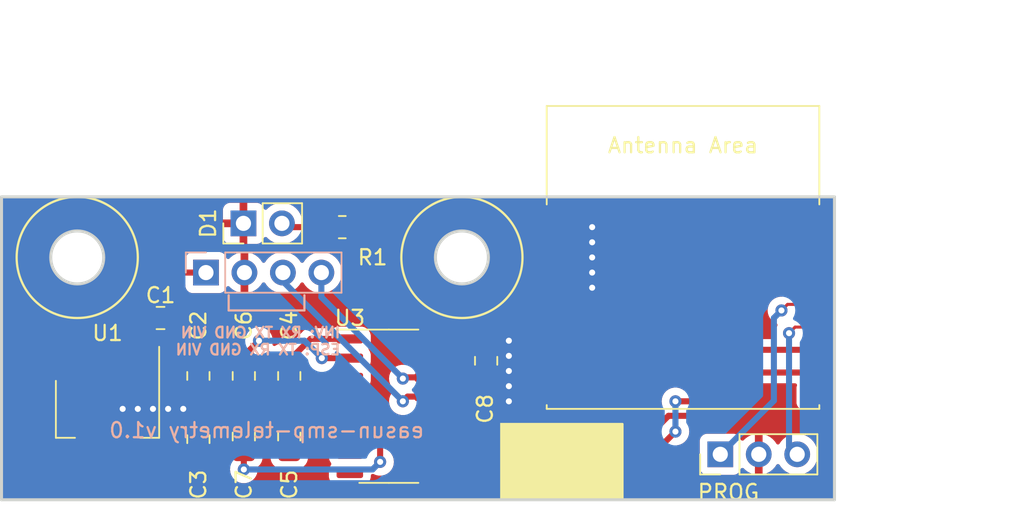
<source format=kicad_pcb>
(kicad_pcb (version 20221018) (generator pcbnew)
  (layers (0 "F.Cu" signal) (31 "B.Cu" signal) (34 "B.Paste" user) (35 "F.Paste" user) (36 "B.SilkS" user "B.Silkscreen") (37 "F.SilkS" user "F.Silkscreen") (38 "B.Mask" user) (39 "F.Mask" user) (44 "Edge.Cuts" user))
  (net 0 "")
  (net 1 "/VIN")
  (net 2 "GND")
  (net 3 "+3V3")
  (net 9 "Net-(U3-VS+)")
  (net 15 "/USB_D-")
  (net 16 "/USB_D+")
  (net 17 "Net-(U3-C1+)")
  (net 18 "Net-(U3-C1-)")
  (net 19 "Net-(U3-C2+)")
  (net 20 "Net-(U3-C2-)")
  (net 21 "Net-(U3-VS-)")
  (net 22 "Net-(R1-Pad2)")
  (net 23 "/TX_INV")
  (net 24 "/RX_INV")
  (net 25 "/RX_ESP")
  (net 26 "/TX_ESP")
  (net 31 "/LED")
  (footprint "Capacitor_SMD:C_0805_2012Metric_Pad1.18x1.45mm_HandSolder" (layer "F.Cu") (at 139 97.825 -90)
    (fp_text reference "C4" (at -3.325 0 90) (layer "F.SilkS"))
    (fp_text value "100n")
    (fp_line (start -0.261252 -0.735) (end 0.261252 -0.735) (stroke (width 0.12)) (layer "F.SilkS"))
    (fp_line (start -0.261252 0.735) (end 0.261252 0.735) (stroke (width 0.12)) (layer "F.SilkS"))
    (pad "1" smd roundrect (at -1.0375 0 270) (size 1.175 1.45) (layers "F.Cu" "F.Paste" "F.Mask") (roundrect_rratio 0.2127659574) (net 17 "Net-(U3-C1+)"))
    (pad "2" smd roundrect (at 1.0375 0 270) (size 1.175 1.45) (layers "F.Cu" "F.Paste" "F.Mask") (roundrect_rratio 0.2127659574) (net 18 "Net-(U3-C1-)"))
  )
  (footprint "Capacitor_SMD:C_0805_2012Metric_Pad1.18x1.45mm_HandSolder" (layer "F.Cu") (at 136 101.825 90)
    (fp_text reference "C7" (at -3.175 0 90) (layer "F.SilkS"))
    (fp_text value "100n")
    (fp_line (start -0.261252 -0.735) (end 0.261252 -0.735) (stroke (width 0.12)) (layer "F.SilkS"))
    (fp_line (start -0.261252 0.735) (end 0.261252 0.735) (stroke (width 0.12)) (layer "F.SilkS"))
    (pad "1" smd roundrect (at -1.0375 0 90) (size 1.175 1.45) (layers "F.Cu" "F.Paste" "F.Mask") (roundrect_rratio 0.2127659574) (net 21 "Net-(U3-VS-)"))
    (pad "2" smd roundrect (at 1.0375 0 90) (size 1.175 1.45) (layers "F.Cu" "F.Paste" "F.Mask") (roundrect_rratio 0.2127659574) (net 2 "GND"))
  )
  (footprint "Resistor_SMD:R_0805_2012Metric_Pad1.20x1.40mm_HandSolder" (layer "F.Cu") (at 142.5 88 180)
    (fp_text reference "R1" (at -2 -2) (layer "F.SilkS"))
    (fp_text value "270R")
    (fp_line (start -0.227064 -0.735) (end 0.227064 -0.735) (stroke (width 0.12)) (layer "F.SilkS"))
    (fp_line (start -0.227064 0.735) (end 0.227064 0.735) (stroke (width 0.12)) (layer "F.SilkS"))
    (pad "1" smd roundrect (at -1 0 180) (size 1.2 1.4) (layers "F.Cu" "F.Paste" "F.Mask") (roundrect_rratio 0.2083333333) (net 31 "/LED"))
    (pad "2" smd roundrect (at 1 0 180) (size 1.2 1.4) (layers "F.Cu" "F.Paste" "F.Mask") (roundrect_rratio 0.2083333333) (net 22 "Net-(R1-Pad2)"))
  )
  (footprint "Espressif:ESP32-C3-WROOM-02" (layer "F.Cu") (at 165 91.25)
    (fp_text reference "U2" hide)
    (fp_text value "ESP32-C3-WROOM-02")
    (fp_text user "Antenna Area" (at 0 -8.65) (layer "F.SilkS"))
    (fp_line (start -9 -11.25) (end -9 -4.75) (stroke (width 0.12)) (layer "F.SilkS"))
    (fp_line (start -9 -11.25) (end 9 -11.25) (stroke (width 0.12)) (layer "F.SilkS"))
    (fp_line (start -9 8.75) (end -9 8.5) (stroke (width 0.12)) (layer "F.SilkS"))
    (fp_line (start 9 -11.25) (end 9 -4.75) (stroke (width 0.12)) (layer "F.SilkS"))
    (fp_line (start 9 -5.25) (end -8.95 -5.25) (stroke (width 0.12)) (layer "F.SilkS"))
    (fp_line (start 9 8.5) (end 9 8.75) (stroke (width 0.12)) (layer "F.SilkS"))
    (fp_line (start 9 8.75) (end -9 8.75) (stroke (width 0.12)) (layer "F.SilkS"))
    (pad "1" smd rect locked (at -8.75 -4.15) (size 1.5 0.9) (layers "F.Cu" "F.Paste" "F.Mask") (net 3 "+3V3"))
    (pad "2" smd rect locked (at -8.75 -2.65) (size 1.5 0.9) (layers "F.Cu" "F.Paste" "F.Mask") (net 3 "+3V3"))
    (pad "3" smd rect locked (at -8.75 -1.15) (size 1.5 0.9) (layers "F.Cu" "F.Paste" "F.Mask") (net 31 "/LED"))
    (pad "4" smd rect locked (at -8.75 0.35) (size 1.5 0.9) (layers "F.Cu" "F.Paste" "F.Mask"))
    (pad "5" smd rect locked (at -8.75 1.85) (size 1.5 0.9) (layers "F.Cu" "F.Paste" "F.Mask"))
    (pad "6" smd rect locked (at -8.75 3.35) (size 1.5 0.9) (layers "F.Cu" "F.Paste" "F.Mask"))
    (pad "7" smd rect locked (at -8.75 4.85) (size 1.5 0.9) (layers "F.Cu" "F.Paste" "F.Mask"))
    (pad "8" smd rect locked (at -8.75 6.35) (size 1.5 0.9) (layers "F.Cu" "F.Paste" "F.Mask"))
    (pad "9" smd rect locked (at -8.75 7.85) (size 1.5 0.9) (layers "F.Cu" "F.Paste" "F.Mask") (net 2 "GND"))
    (pad "10" smd rect locked (at 8.75 7.85 180) (size 1.5 0.9) (layers "F.Cu" "F.Paste" "F.Mask"))
    (pad "11" smd rect locked (at 8.75 6.35 180) (size 1.5 0.9) (layers "F.Cu" "F.Paste" "F.Mask") (net 25 "/RX_ESP"))
    (pad "12" smd rect locked (at 8.75 4.85 180) (size 1.5 0.9) (layers "F.Cu" "F.Paste" "F.Mask") (net 26 "/TX_ESP"))
    (pad "13" smd rect locked (at 8.75 3.35 180) (size 1.5 0.9) (layers "F.Cu" "F.Paste" "F.Mask") (net 15 "/USB_D-"))
    (pad "14" smd rect locked (at 8.75 1.85 180) (size 1.5 0.9) (layers "F.Cu" "F.Paste" "F.Mask") (net 16 "/USB_D+"))
    (pad "15" smd rect locked (at 8.75 0.35 180) (size 1.5 0.9) (layers "F.Cu" "F.Paste" "F.Mask"))
    (pad "16" smd rect locked (at 8.75 -1.15 180) (size 1.5 0.9) (layers "F.Cu" "F.Paste" "F.Mask"))
    (pad "17" smd rect locked (at 8.75 -2.65 180) (size 1.5 0.9) (layers "F.Cu" "F.Paste" "F.Mask"))
    (pad "18" smd rect locked (at 8.75 -4.15 180) (size 1.5 0.9) (layers "F.Cu" "F.Paste" "F.Mask"))
    (pad "19" smd rect locked (at -0.14 0.95 180) (size 0.7 0.7) (layers "F.Cu" "F.Paste" "F.Mask") (net 2 "GND"))
    (pad "19" smd rect locked (at -0.14 2.05 180) (size 0.7 0.7) (layers "F.Cu" "F.Paste" "F.Mask") (net 2 "GND"))
    (pad "19" smd rect locked (at -0.14 3.15 180) (size 0.7 0.7) (layers "F.Cu" "F.Paste" "F.Mask") (net 2 "GND"))
    (pad "19" smd rect locked (at 0.91 0.95 180) (size 0.7 0.7) (layers "F.Cu" "F.Paste" "F.Mask") (net 2 "GND"))
    (pad "19" smd rect locked (at 0.91 2.05 180) (size 0.7 0.7) (layers "F.Cu" "F.Paste" "F.Mask") (net 2 "GND"))
    (pad "19" smd rect locked (at 0.91 3.15 180) (size 0.7 0.7) (layers "F.Cu" "F.Paste" "F.Mask") (net 2 "GND"))
    (pad "19" smd rect locked (at 2.06 0.95 180) (size 0.7 0.7) (layers "F.Cu" "F.Paste" "F.Mask") (net 2 "GND"))
    (pad "19" smd rect locked (at 2.06 2.05 180) (size 0.7 0.7) (layers "F.Cu" "F.Paste" "F.Mask") (net 2 "GND"))
    (pad "19" smd rect locked (at 2.06 3.15 180) (size 0.7 0.7) (layers "F.Cu" "F.Paste" "F.Mask") (net 2 "GND"))
  )
  (footprint "Capacitor_SMD:C_0805_2012Metric_Pad1.18x1.45mm_HandSolder" (layer "F.Cu") (at 133 102 -90)
    (fp_text reference "C3" (at 3 0 90) (layer "F.SilkS"))
    (fp_text value "47u")
    (fp_line (start -0.261252 -0.735) (end 0.261252 -0.735) (stroke (width 0.12)) (layer "F.SilkS"))
    (fp_line (start -0.261252 0.735) (end 0.261252 0.735) (stroke (width 0.12)) (layer "F.SilkS"))
    (pad "1" smd roundrect (at -1.0375 0 270) (size 1.175 1.45) (layers "F.Cu" "F.Paste" "F.Mask") (roundrect_rratio 0.2127659574) (net 3 "+3V3"))
    (pad "2" smd roundrect (at 1.0375 0 270) (size 1.175 1.45) (layers "F.Cu" "F.Paste" "F.Mask") (roundrect_rratio 0.2127659574) (net 2 "GND"))
  )
  (footprint "Capacitor_SMD:C_0805_2012Metric_Pad1.18x1.45mm_HandSolder" (layer "F.Cu") (at 130.5 94)
    (fp_text reference "C1" (at 0 -1.5) (layer "F.SilkS"))
    (fp_text value "10u")
    (fp_line (start -0.261252 -0.735) (end 0.261252 -0.735) (stroke (width 0.12)) (layer "F.SilkS"))
    (fp_line (start -0.261252 0.735) (end 0.261252 0.735) (stroke (width 0.12)) (layer "F.SilkS"))
    (pad "1" smd roundrect (at -1.0375 0) (size 1.175 1.45) (layers "F.Cu" "F.Paste" "F.Mask") (roundrect_rratio 0.2127659574) (net 1 "/VIN"))
    (pad "2" smd roundrect (at 1.0375 0) (size 1.175 1.45) (layers "F.Cu" "F.Paste" "F.Mask") (roundrect_rratio 0.2127659574) (net 2 "GND"))
  )
  (footprint "Package_TO_SOT_SMD:SOT-223-3_TabPin2" (layer "F.Cu") (at 127 100 -90)
    (fp_text reference "U1" (at -5 0 -180) (layer "F.SilkS"))
    (fp_text value "LM1117-3.3")
    (fp_line (start -4.1 -3.41) (end 1.91 -3.41) (stroke (width 0.12)) (layer "F.SilkS"))
    (fp_line (start -1.85 3.41) (end 1.91 3.41) (stroke (width 0.12)) (layer "F.SilkS"))
    (fp_line (start 1.91 -3.41) (end 1.91 -2.15) (stroke (width 0.12)) (layer "F.SilkS"))
    (fp_line (start 1.91 3.41) (end 1.91 2.15) (stroke (width 0.12)) (layer "F.SilkS"))
    (pad "1" smd rect (at -3.15 -2.3 270) (size 2 1.5) (layers "F.Cu" "F.Paste" "F.Mask") (net 2 "GND"))
    (pad "2" smd rect (at -3.15 0 270) (size 2 1.5) (layers "F.Cu" "F.Paste" "F.Mask") (net 3 "+3V3"))
    (pad "2" smd rect (at 3.15 0 270) (size 2 3.8) (layers "F.Cu" "F.Paste" "F.Mask") (net 3 "+3V3"))
    (pad "3" smd rect (at -3.15 2.3 270) (size 2 1.5) (layers "F.Cu" "F.Paste" "F.Mask") (net 1 "/VIN"))
  )
  (footprint "Capacitor_SMD:C_0805_2012Metric_Pad1.18x1.45mm_HandSolder" (layer "F.Cu") (at 133 97.825 90)
    (fp_text reference "C2" (at 3.325 0 90) (layer "F.SilkS"))
    (fp_text value "47u")
    (fp_line (start -0.261252 -0.735) (end 0.261252 -0.735) (stroke (width 0.12)) (layer "F.SilkS"))
    (fp_line (start -0.261252 0.735) (end 0.261252 0.735) (stroke (width 0.12)) (layer "F.SilkS"))
    (pad "1" smd roundrect (at -1.0375 0 90) (size 1.175 1.45) (layers "F.Cu" "F.Paste" "F.Mask") (roundrect_rratio 0.2127659574) (net 3 "+3V3"))
    (pad "2" smd roundrect (at 1.0375 0 90) (size 1.175 1.45) (layers "F.Cu" "F.Paste" "F.Mask") (roundrect_rratio 0.2127659574) (net 2 "GND"))
  )
  (footprint "Connector_PinHeader_2.54mm:PinHeader_1x02_P2.54mm_Vertical" (layer "F.Cu") (at 135.975 87.75 90)
    (fp_text reference "D1" (at 0 -2.33 90) (layer "F.SilkS"))
    (fp_text value "LED")
    (fp_line (start -1.33 -1.33) (end 0 -1.33) (stroke (width 0.12)) (layer "F.SilkS"))
    (fp_line (start -1.33 0) (end -1.33 -1.33) (stroke (width 0.12)) (layer "F.SilkS"))
    (fp_line (start -1.33 1.27) (end -1.33 3.87) (stroke (width 0.12)) (layer "F.SilkS"))
    (fp_line (start -1.33 1.27) (end 1.33 1.27) (stroke (width 0.12)) (layer "F.SilkS"))
    (fp_line (start -1.33 3.87) (end 1.33 3.87) (stroke (width 0.12)) (layer "F.SilkS"))
    (fp_line (start 1.33 1.27) (end 1.33 3.87) (stroke (width 0.12)) (layer "F.SilkS"))
    (pad "1" thru_hole rect locked (at 0 0 90) (size 1.7 1.7) (drill 1) (layers *.Cu *.Mask) (net 2 "GND"))
    (pad "2" thru_hole oval locked (at 0 2.54 90) (size 1.7 1.7) (drill 1) (layers *.Cu *.Mask) (net 22 "Net-(R1-Pad2)"))
  )
  (footprint "Package_SO:SO-16_3.9x9.9mm_P1.27mm" (layer "F.Cu") (at 145.575 99.825)
    (fp_text reference "U3" (at -2.575 -5.825) (layer "F.SilkS"))
    (fp_text value "MAX3232 (SP3232E)")
    (fp_line (start 0 -5.06) (end -3.45 -5.06) (stroke (width 0.12)) (layer "F.SilkS"))
    (fp_line (start 0 -5.06) (end 1.95 -5.06) (stroke (width 0.12)) (layer "F.SilkS"))
    (fp_line (start 0 5.06) (end -1.95 5.06) (stroke (width 0.12)) (layer "F.SilkS"))
    (fp_line (start 0 5.06) (end 1.95 5.06) (stroke (width 0.12)) (layer "F.SilkS"))
    (pad "1" smd roundrect (at -2.575 -4.445) (size 1.75 0.6) (layers "F.Cu" "F.Paste" "F.Mask") (net 17 "Net-(U3-C1+)"))
    (pad "2" smd roundrect (at -2.575 -3.175) (size 1.75 0.6) (layers "F.Cu" "F.Paste" "F.Mask") (net 9 "Net-(U3-VS+)"))
    (pad "3" smd roundrect (at -2.575 -1.905) (size 1.75 0.6) (layers "F.Cu" "F.Paste" "F.Mask") (net 18 "Net-(U3-C1-)"))
    (pad "4" smd roundrect (at -2.575 -0.635) (size 1.75 0.6) (layers "F.Cu" "F.Paste" "F.Mask") (net 19 "Net-(U3-C2+)"))
    (pad "5" smd roundrect (at -2.575 0.635) (size 1.75 0.6) (layers "F.Cu" "F.Paste" "F.Mask") (net 20 "Net-(U3-C2-)"))
    (pad "6" smd roundrect (at -2.575 1.905) (size 1.75 0.6) (layers "F.Cu" "F.Paste" "F.Mask") (net 21 "Net-(U3-VS-)"))
    (pad "7" smd roundrect (at -2.575 3.175) (size 1.75 0.6) (layers "F.Cu" "F.Paste" "F.Mask"))
    (pad "8" smd roundrect (at -2.575 4.445) (size 1.75 0.6) (layers "F.Cu" "F.Paste" "F.Mask"))
    (pad "9" smd roundrect (at 2.575 4.445) (size 1.75 0.6) (layers "F.Cu" "F.Paste" "F.Mask"))
    (pad "10" smd roundrect (at 2.575 3.175) (size 1.75 0.6) (layers "F.Cu" "F.Paste" "F.Mask"))
    (pad "11" smd roundrect (at 2.575 1.905) (size 1.75 0.6) (layers "F.Cu" "F.Paste" "F.Mask") (net 26 "/TX_ESP"))
    (pad "12" smd roundrect (at 2.575 0.635) (size 1.75 0.6) (layers "F.Cu" "F.Paste" "F.Mask") (net 25 "/RX_ESP"))
    (pad "13" smd roundrect (at 2.575 -0.635) (size 1.75 0.6) (layers "F.Cu" "F.Paste" "F.Mask") (net 23 "/TX_INV"))
    (pad "14" smd roundrect (at 2.575 -1.905) (size 1.75 0.6) (layers "F.Cu" "F.Paste" "F.Mask") (net 24 "/RX_INV"))
    (pad "15" smd roundrect (at 2.575 -3.175) (size 1.75 0.6) (layers "F.Cu" "F.Paste" "F.Mask") (net 2 "GND"))
    (pad "16" smd roundrect (at 2.575 -4.445) (size 1.75 0.6) (layers "F.Cu" "F.Paste" "F.Mask") (net 3 "+3V3"))
  )
  (footprint "Capacitor_SMD:C_0805_2012Metric_Pad1.18x1.45mm_HandSolder" (layer "F.Cu") (at 139 101.825 -90)
    (fp_text reference "C5" (at 3.175 0 90) (layer "F.SilkS"))
    (fp_text value "100n")
    (fp_line (start -0.261252 -0.735) (end 0.261252 -0.735) (stroke (width 0.12)) (layer "F.SilkS"))
    (fp_line (start -0.261252 0.735) (end 0.261252 0.735) (stroke (width 0.12)) (layer "F.SilkS"))
    (pad "1" smd roundrect (at -1.0375 0 270) (size 1.175 1.45) (layers "F.Cu" "F.Paste" "F.Mask") (roundrect_rratio 0.2127659574) (net 19 "Net-(U3-C2+)"))
    (pad "2" smd roundrect (at 1.0375 0 270) (size 1.175 1.45) (layers "F.Cu" "F.Paste" "F.Mask") (roundrect_rratio 0.2127659574) (net 20 "Net-(U3-C2-)"))
  )
  (footprint "Connector_PinHeader_2.54mm:PinHeader_1x03_P2.54mm_Vertical" (layer "F.Cu") (at 167.46 103 90)
    (fp_text reference "J2" hide)
    (fp_text value "PROG" (at -2.5 0.54 180) (layer "F.SilkS"))
    (fp_line (start -1.33 -1.33) (end 0 -1.33) (stroke (width 0.12)) (layer "F.SilkS"))
    (fp_line (start -1.33 0) (end -1.33 -1.33) (stroke (width 0.12)) (layer "F.SilkS"))
    (fp_line (start -1.33 1.27) (end -1.33 6.41) (stroke (width 0.12)) (layer "F.SilkS"))
    (fp_line (start -1.33 1.27) (end 1.33 1.27) (stroke (width 0.12)) (layer "F.SilkS"))
    (fp_line (start -1.33 6.41) (end 1.33 6.41) (stroke (width 0.12)) (layer "F.SilkS"))
    (fp_line (start 1.33 1.27) (end 1.33 6.41) (stroke (width 0.12)) (layer "F.SilkS"))
    (pad "1" thru_hole rect (at 0 0 90) (size 1.7 1.7) (drill 1) (layers *.Cu *.Mask) (net 16 "/USB_D+"))
    (pad "2" thru_hole oval (at 0 2.54 90) (size 1.7 1.7) (drill 1) (layers *.Cu *.Mask) (net 2 "GND"))
    (pad "3" thru_hole oval (at 0 5.08 90) (size 1.7 1.7) (drill 1) (layers *.Cu *.Mask) (net 15 "/USB_D-"))
  )
  (footprint "Capacitor_SMD:C_0805_2012Metric_Pad1.18x1.45mm_HandSolder" (layer "F.Cu") (at 152 96.825 -90)
    (fp_text reference "C8" (at 3.175 0.075 90) (layer "F.SilkS"))
    (fp_text value "100n")
    (fp_line (start -0.261252 -0.735) (end 0.261252 -0.735) (stroke (width 0.12)) (layer "F.SilkS"))
    (fp_line (start -0.261252 0.735) (end 0.261252 0.735) (stroke (width 0.12)) (layer "F.SilkS"))
    (pad "1" smd roundrect (at -1.0375 0 270) (size 1.175 1.45) (layers "F.Cu" "F.Paste" "F.Mask") (roundrect_rratio 0.2127659574) (net 3 "+3V3"))
    (pad "2" smd roundrect (at 1.0375 0 270) (size 1.175 1.45) (layers "F.Cu" "F.Paste" "F.Mask") (roundrect_rratio 0.2127659574) (net 2 "GND"))
  )
  (footprint "Capacitor_SMD:C_0805_2012Metric_Pad1.18x1.45mm_HandSolder" (layer "F.Cu") (at 136 97.825 -90)
    (fp_text reference "C6" (at -3.325 0 90) (layer "F.SilkS"))
    (fp_text value "100n")
    (fp_line (start -0.261252 -0.735) (end 0.261252 -0.735) (stroke (width 0.12)) (layer "F.SilkS"))
    (fp_line (start -0.261252 0.735) (end 0.261252 0.735) (stroke (width 0.12)) (layer "F.SilkS"))
    (pad "1" smd roundrect (at -1.0375 0 270) (size 1.175 1.45) (layers "F.Cu" "F.Paste" "F.Mask") (roundrect_rratio 0.2127659574) (net 9 "Net-(U3-VS+)"))
    (pad "2" smd roundrect (at 1.0375 0 270) (size 1.175 1.45) (layers "F.Cu" "F.Paste" "F.Mask") (roundrect_rratio 0.2127659574) (net 2 "GND"))
  )
  (footprint "Connector_PinHeader_2.54mm:PinHeader_1x04_P2.54mm_Vertical" (layer "B.Cu") (at 133.5 91 -90)
    (fp_text reference "J1" hide)
    (fp_text value "INVERTER" hide)
    (fp_line (start -1.33 -8.95) (end 1.33 -8.95) (stroke (width 0.12)) (layer "B.SilkS"))
    (fp_line (start -1.33 -1.27) (end -1.33 -8.95) (stroke (width 0.12)) (layer "B.SilkS"))
    (fp_line (start -1.33 -1.27) (end 1.33 -1.27) (stroke (width 0.12)) (layer "B.SilkS"))
    (fp_line (start -1.33 0) (end -1.33 1.33) (stroke (width 0.12)) (layer "B.SilkS"))
    (fp_line (start -1.33 1.33) (end 0 1.33) (stroke (width 0.12)) (layer "B.SilkS"))
    (fp_line (start 1.33 -1.27) (end 1.33 -8.95) (stroke (width 0.12)) (layer "B.SilkS"))
    (pad "1" thru_hole rect locked (at 0 0 270) (size 1.7 1.7) (drill 1) (layers *.Cu *.Mask) (net 1 "/VIN"))
    (pad "2" thru_hole oval locked (at 0 -2.54 270) (size 1.7 1.7) (drill 1) (layers *.Cu *.Mask) (net 2 "GND"))
    (pad "3" thru_hole oval locked (at 0 -5.08 270) (size 1.7 1.7) (drill 1) (layers *.Cu *.Mask) (net 23 "/TX_INV"))
    (pad "4" thru_hole oval locked (at 0 -7.62 270) (size 1.7 1.7) (drill 1) (layers *.Cu *.Mask) (net 24 "/RX_INV"))
  )
  (gr_line (start 135 93.5) (end 135 92.5) (stroke (width 0.15)) (layer "B.SilkS"))
  (gr_line (start 135 93.5) (end 140 93.5) (stroke (width 0.15)) (layer "B.SilkS"))
  (gr_line (start 140 92.5) (end 140 93.5) (stroke (width 0.15)) (layer "B.SilkS"))
  (gr_circle locked (center 125 90) (end 129 90) (stroke (width 0.15)) (fill none) (layer "F.SilkS"))
  (gr_rect (start 153 101) (end 161 106) (stroke (width 0.15)) (fill solid) (layer "F.SilkS"))
  (gr_circle locked (center 150.4 90) (end 154.4 90) (stroke (width 0.15)) (fill none) (layer "F.SilkS"))
  (gr_circle locked (center 150.4 90) (end 152.15 90) (stroke (width 0.2)) (fill none) (layer "Edge.Cuts"))
  (gr_line (start 175 106) (end 120 106) (stroke (width 0.2)) (layer "Edge.Cuts"))
  (gr_line (start 120 106) (end 120 86) (stroke (width 0.2)) (layer "Edge.Cuts"))
  (gr_circle locked (center 125 90) (end 126.75 90) (stroke (width 0.2)) (fill none) (layer "Edge.Cuts"))
  (gr_line (start 120 86) (end 175 86) (stroke (width 0.2)) (layer "Edge.Cuts"))
  (gr_line (start 175 86) (end 175 106) (stroke (width 0.2)) (layer "Edge.Cuts"))
  (gr_text "easun-smp-telemetry v1.0" (at 137.5 102) (layer "B.SilkS") (effects (font (size 1 1)) (justify bottom mirror)))
  (gr_text "INV: RX TX GND VIN\nESP: TX RX GND VIN" (at 142.45 96.5) (layer "B.SilkS") (effects (font (size 0.7 0.7)) (justify left bottom mirror)))
  (segment (start 133.5 91) (end 131 91) (width 0.4) (layer "F.Cu") (net 1))
  (segment (start 129.4625 94) (end 126.5 94) (width 0.4) (layer "F.Cu") (net 1))
  (segment (start 124.7 95.8) (end 124.7 96.85) (width 0.4) (layer "F.Cu") (net 1))
  (segment (start 131 91) (end 129.4625 92.5375) (width 0.4) (layer "F.Cu") (net 1))
  (segment (start 129.4625 92.5375) (end 129.4625 94) (width 0.4) (layer "F.Cu") (net 1))
  (segment (start 126.5 94) (end 124.7 95.8) (width 0.4) (layer "F.Cu") (net 1))
  (segment (start 127 100) (end 128 100) (width 0.4) (layer "F.Cu") (net 3))
  (segment (start 153.2875 95.7875) (end 153.5 96) (width 0.4) (layer "F.Cu") (net 3))
  (segment (start 159 87.5) (end 159 88) (width 0.4) (layer "F.Cu") (net 3))
  (segment (start 133 100) (end 133 100.9625) (width 0.4) (layer "F.Cu") (net 3))
  (segment (start 129 100) (end 130 100) (width 0.4) (layer "F.Cu") (net 3))
  (segment (start 159 91) (end 159 92) (width 0.4) (layer "F.Cu") (net 3))
  (segment (start 151.5925 95.38) (end 152 95.7875) (width 0.4) (layer "F.Cu") (net 3))
  (segment (start 153.5 98.5) (end 153.5 99.5) (width 0.4) (layer "F.Cu") (net 3))
  (segment (start 153.5 96) (end 153.5 96.5) (width 0.4) (layer "F.Cu") (net 3))
  (segment (start 159 89) (end 159 90) (width 0.4) (layer "F.Cu") (net 3))
  (segment (start 148.15 95.38) (end 151.5925 95.38) (width 0.4) (layer "F.Cu") (net 3))
  (segment (start 153.5 95.5) (end 153.5 96) (width 0.4) (layer "F.Cu") (net 3))
  (segment (start 130 100) (end 131 100) (width 0.4) (layer "F.Cu") (net 3))
  (segment (start 156.25 87.1) (end 158.6 87.1) (width 0.4) (layer "F.Cu") (net 3))
  (segment (start 153.5 96.5) (end 153.5 97.5) (width 0.4) (layer "F.Cu") (net 3))
  (segment (start 159 90) (end 159 91) (width 0.4) (layer "F.Cu") (net 3))
  (segment (start 127 100) (end 127 103.15) (width 0.4) (layer "F.Cu") (net 3))
  (segment (start 128 100) (end 129 100) (width 0.4) (layer "F.Cu") (net 3))
  (segment (start 153.5 97.5) (end 153.5 98.5) (width 0.4) (layer "F.Cu") (net 3))
  (segment (start 156.25 87.1) (end 156.25 88.6) (width 0.4) (layer "F.Cu") (net 3))
  (segment (start 127 96.85) (end 127 100) (width 0.4) (layer "F.Cu") (net 3))
  (segment (start 132 100) (end 133 100) (width 0.4) (layer "F.Cu") (net 3))
  (segment (start 158.6 87.1) (end 159 87.5) (width 0.4) (layer "F.Cu") (net 3))
  (segment (start 159 88) (end 159 89) (width 0.4) (layer "F.Cu") (net 3))
  (segment (start 152 95.7875) (end 153.2875 95.7875) (width 0.4) (layer "F.Cu") (net 3))
  (segment (start 131 100) (end 132 100) (width 0.4) (layer "F.Cu") (net 3))
  (segment (start 133 98.8625) (end 133 100) (width 0.4) (layer "F.Cu") (net 3))
  (via (at 159 92) (size 0.8) (drill 0.4) (layers "F.Cu" "B.Cu") (net 3))
  (via (at 159 91) (size 0.8) (drill 0.4) (layers "F.Cu" "B.Cu") (net 3))
  (via (at 153.5 98.5) (size 0.8) (drill 0.4) (layers "F.Cu" "B.Cu") (net 3))
  (via (at 153.5 99.5) (size 0.8) (drill 0.4) (layers "F.Cu" "B.Cu") (net 3))
  (via (at 159 90) (size 0.8) (drill 0.4) (layers "F.Cu" "B.Cu") (net 3))
  (via (at 128 100) (size 0.8) (drill 0.4) (layers "F.Cu" "B.Cu") (net 3))
  (via (at 153.5 95.5) (size 0.8) (drill 0.4) (layers "F.Cu" "B.Cu") (net 3))
  (via (at 130 100) (size 0.8) (drill 0.4) (layers "F.Cu" "B.Cu") (net 3))
  (via (at 132 100) (size 0.8) (drill 0.4) (layers "F.Cu" "B.Cu") (net 3))
  (via (at 159 89) (size 0.8) (drill 0.4) (layers "F.Cu" "B.Cu") (net 3))
  (via (at 153.5 97.5) (size 0.8) (drill 0.4) (layers "F.Cu" "B.Cu") (net 3))
  (via (at 129 100) (size 0.8) (drill 0.4) (layers "F.Cu" "B.Cu") (net 3))
  (via (at 131 100) (size 0.8) (drill 0.4) (layers "F.Cu" "B.Cu") (net 3))
  (via (at 159 88) (size 0.8) (drill 0.4) (layers "F.Cu" "B.Cu") (net 3))
  (via (at 153.5 96.5) (size 0.8) (drill 0.4) (layers "F.Cu" "B.Cu") (net 3))
  (segment (start 143 96.65) (end 141.15 96.65) (width 0.4) (layer "F.Cu") (net 9))
  (segment (start 136 96.7875) (end 136 96.5) (width 0.4) (layer "F.Cu") (net 9))
  (segment (start 136 96.5) (end 137 95.5) (width 0.4) (layer "F.Cu") (net 9))
  (via (at 137 95.5) (size 0.8) (drill 0.4) (layers "F.Cu" "B.Cu") (net 9))
  (via (at 141.15 96.65) (size 0.8) (drill 0.4) (layers "F.Cu" "B.Cu") (net 9))
  (segment (start 137 95.5) (end 140 95.5) (width 0.4) (layer "B.Cu") (net 9))
  (segment (start 140 95.5) (end 141.15 96.65) (width 0.4) (layer "B.Cu") (net 9))
  (segment (start 173.75 94.6) (end 172.4 94.6) (width 0.2) (layer "F.Cu") (net 15))
  (segment (start 172.4 94.6) (end 172 95) (width 0.2) (layer "F.Cu") (net 15))
  (via (at 172 95) (size 0.8) (drill 0.4) (layers "F.Cu" "B.Cu") (net 15))
  (segment (start 172 102.46) (end 172 95) (width 0.4) (layer "B.Cu") (net 15))
  (segment (start 172.54 103) (end 172 102.46) (width 0.4) (layer "B.Cu") (net 15))
  (segment (start 171.9 93.1) (end 171.5 93.5) (width 0.2) (layer "F.Cu") (net 16))
  (segment (start 173.75 93.1) (end 171.9 93.1) (width 0.2) (layer "F.Cu") (net 16))
  (via (at 171.5 93.5) (size 0.8) (drill 0.4) (layers "F.Cu" "B.Cu") (net 16))
  (segment (start 171 94) (end 171.5 93.5) (width 0.4) (layer "B.Cu") (net 16))
  (segment (start 167.46 103) (end 171 99.46) (width 0.4) (layer "B.Cu") (net 16))
  (segment (start 171 99.46) (end 171 94) (width 0.4) (layer "B.Cu") (net 16))
  (segment (start 139 96.7875) (end 140.4075 95.38) (width 0.4) (layer "F.Cu") (net 17))
  (segment (start 140.4075 95.38) (end 143 95.38) (width 0.4) (layer "F.Cu") (net 17))
  (segment (start 139.6375 98.8625) (end 140.58 97.92) (width 0.4) (layer "F.Cu") (net 18))
  (segment (start 140.58 97.92) (end 143 97.92) (width 0.4) (layer "F.Cu") (net 18))
  (segment (start 139 98.8625) (end 139.6375 98.8625) (width 0.4) (layer "F.Cu") (net 18))
  (segment (start 141.31 99.19) (end 143 99.19) (width 0.4) (layer "F.Cu") (net 19))
  (segment (start 139 100.7875) (end 139.7125 100.7875) (width 0.4) (layer "F.Cu") (net 19))
  (segment (start 139.7125 100.7875) (end 141.31 99.19) (width 0.4) (layer "F.Cu") (net 19))
  (segment (start 139.1375 102.8625) (end 141.54 100.46) (width 0.4) (layer "F.Cu") (net 20))
  (segment (start 139 102.8625) (end 139.1375 102.8625) (width 0.4) (layer "F.Cu") (net 20))
  (segment (start 141.54 100.46) (end 143 100.46) (width 0.4) (layer "F.Cu") (net 20))
  (segment (start 145 103.5) (end 145 102.5) (width 0.4) (layer "F.Cu") (net 21))
  (segment (start 145 102.5) (end 144.23 101.73) (width 0.4) (layer "F.Cu") (net 21))
  (segment (start 144.23 101.73) (end 143 101.73) (width 0.4) (layer "F.Cu") (net 21))
  (segment (start 136 102.8625) (end 136 104) (width 0.4) (layer "F.Cu") (net 21))
  (via (at 136 104) (size 0.8) (drill 0.4) (layers "F.Cu" "B.Cu") (net 21))
  (via (at 145 103.5) (size 0.8) (drill 0.4) (layers "F.Cu" "B.Cu") (net 21))
  (segment (start 144.5 104) (end 145 103.5) (width 0.4) (layer "B.Cu") (net 21))
  (segment (start 136 104) (end 144.5 104) (width 0.4) (layer "B.Cu") (net 21))
  (segment (start 138.765 88) (end 138.515 87.75) (width 0.4) (layer "F.Cu") (net 22))
  (segment (start 141.5 88) (end 138.765 88) (width 0.4) (layer "F.Cu") (net 22))
  (segment (start 146.81 99.19) (end 146.5 99.5) (width 0.4) (layer "F.Cu") (net 23))
  (segment (start 148.15 99.19) (end 146.81 99.19) (width 0.4) (layer "F.Cu") (net 23))
  (via (at 146.5 99.5) (size 0.8) (drill 0.4) (layers "F.Cu" "B.Cu") (net 23))
  (segment (start 146.5 99.5) (end 138.58 91.58) (width 0.4) (layer "B.Cu") (net 23))
  (segment (start 138.58 91.58) (end 138.58 91) (width 0.4) (layer "B.Cu") (net 23))
  (segment (start 148.15 97.92) (end 146.58 97.92) (width 0.4) (layer "F.Cu") (net 24))
  (segment (start 146.58 97.92) (end 146.5 98) (width 0.4) (layer "F.Cu") (net 24))
  (via (at 146.5 98) (size 0.8) (drill 0.4) (layers "F.Cu" "B.Cu") (net 24))
  (segment (start 146.5 98) (end 141.12 92.62) (width 0.4) (layer "B.Cu") (net 24))
  (segment (start 141.12 92.62) (end 141.12 91) (width 0.4) (layer "B.Cu") (net 24))
  (segment (start 169.9 97.6) (end 173.75 97.6) (width 0.4) (layer "F.Cu") (net 25))
  (segment (start 148.15 100.46) (end 150.5 100.46) (width 0.4) (layer "F.Cu") (net 25))
  (segment (start 162 102.5) (end 164.04 100.46) (width 0.4) (layer "F.Cu") (net 25))
  (segment (start 152.54 102.5) (end 162 102.5) (width 0.4) (layer "F.Cu") (net 25))
  (segment (start 164.04 100.46) (end 167.04 100.46) (width 0.4) (layer "F.Cu") (net 25))
  (segment (start 167.04 100.46) (end 169.9 97.6) (width 0.4) (layer "F.Cu") (net 25))
  (segment (start 150.5 100.46) (end 152.54 102.5) (width 0.4) (layer "F.Cu") (net 25))
  (segment (start 162.5 103.5) (end 164.5 101.5) (width 0.4) (layer "F.Cu") (net 26))
  (segment (start 150.23 101.73) (end 152 103.5) (width 0.4) (layer "F.Cu") (net 26))
  (segment (start 166.5 99.5) (end 164.5 99.5) (width 0.4) (layer "F.Cu") (net 26))
  (segment (start 169.9 96.1) (end 166.5 99.5) (width 0.4) (layer "F.Cu") (net 26))
  (segment (start 148.15 101.73) (end 150.23 101.73) (width 0.4) (layer "F.Cu") (net 26))
  (segment (start 152 103.5) (end 162.5 103.5) (width 0.4) (layer "F.Cu") (net 26))
  (segment (start 173.75 96.1) (end 169.9 96.1) (width 0.4) (layer "F.Cu") (net 26))
  (via (at 164.5 99.5) (size 0.8) (drill 0.4) (layers "F.Cu" "B.Cu") (net 26))
  (via (at 164.5 101.5) (size 0.8) (drill 0.4) (layers "F.Cu" "B.Cu") (net 26))
  (segment (start 164.5 101.5) (end 164.5 99.5) (width 0.4) (layer "B.Cu") (net 26))
  (segment (start 146 88) (end 147 87) (width 0.4) (layer "F.Cu") (net 31))
  (segment (start 152.5 87) (end 155.6 90.1) (width 0.4) (layer "F.Cu") (net 31))
  (segment (start 143.5 88) (end 146 88) (width 0.4) (layer "F.Cu") (net 31))
  (segment (start 147 87) (end 152.5 87) (width 0.4) (layer "F.Cu") (net 31))
  (segment (start 155.6 90.1) (end 156.25 90.1) (width 0.4) (layer "F.Cu") (net 31))
  (zone (net 2) (net_name "GND") (layer "F.Cu") (connect_pads (clearance 0.508)) (min_thickness 0.254) (fill yes (thermal_gap 0.508) (thermal_bridge_width 0.508) (island_removal_mode 2) (island_area_min 10))
    (polygon (pts (xy 175 86) (xy 175 106) (xy 120 106) (xy 120 86)))
  )
  (zone (net 3) (net_name "+3V3") (layer "B.Cu") (connect_pads (clearance 0.508)) (min_thickness 0.254) (fill yes (thermal_gap 0.508) (thermal_bridge_width 0.508) (island_removal_mode 2) (island_area_min 10))
    (polygon (pts (xy 175 86) (xy 175 106) (xy 120 106) (xy 120 86)))
  )
)
</source>
